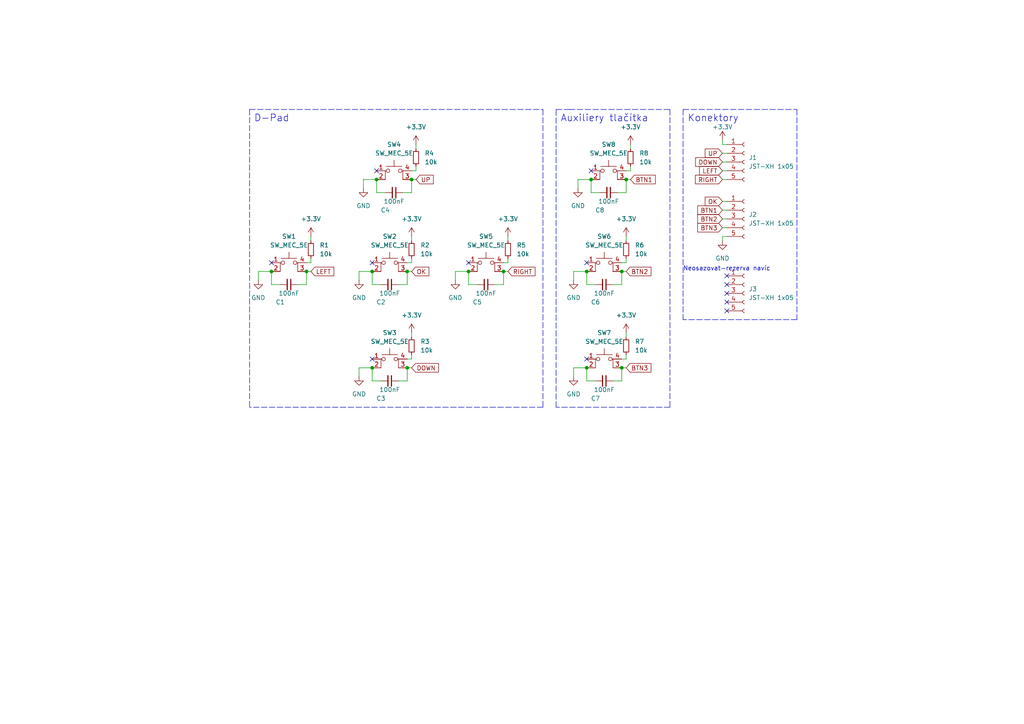
<source format=kicad_sch>
(kicad_sch (version 20211123) (generator eeschema)
  (paper "A4")
  (lib_symbols
    (symbol "Connector:Conn_01x05_Female" (pin_names (offset 1.016) hide)
      (property "Reference" "J" (at 0 7.62 0))
      (property "Value" "Conn_01x05_Female" (at 0 -7.62 0))
      (symbol "Conn_01x05_Female_1_1"
        (arc (start 0 -4.572) (mid -0.508 -5.08) (end 0 -5.588) (stroke (width 0.1524)))
        (arc (start 0 -2.032) (mid -0.508 -2.54) (end 0 -3.048) (stroke (width 0.1524)))
        (polyline (pts (xy -1.27 -5.08) (xy -0.508 -5.08)) (stroke (width 0.1524)))
        (polyline (pts (xy -1.27 -2.54) (xy -0.508 -2.54)) (stroke (width 0.1524)))
        (polyline (pts (xy -1.27 0) (xy -0.508 0)) (stroke (width 0.1524)))
        (polyline (pts (xy -1.27 2.54) (xy -0.508 2.54)) (stroke (width 0.1524)))
        (polyline (pts (xy -1.27 5.08) (xy -0.508 5.08)) (stroke (width 0.1524)))
        (arc (start 0 0.508) (mid -0.508 0) (end 0 -0.508) (stroke (width 0.1524)))
        (arc (start 0 3.048) (mid -0.508 2.54) (end 0 2.032) (stroke (width 0.1524)))
        (arc (start 0 5.588) (mid -0.508 5.08) (end 0 4.572) (stroke (width 0.1524)))
        (pin passive line (at -5.08 5.08 0) (length 3.81) (name "Pin_1") (number "1"))
        (pin passive line (at -5.08 2.54 0) (length 3.81) (name "Pin_2") (number "2"))
        (pin passive line (at -5.08 0 0) (length 3.81) (name "Pin_3") (number "3"))
        (pin passive line (at -5.08 -2.54 0) (length 3.81) (name "Pin_4") (number "4"))
        (pin passive line (at -5.08 -5.08 0) (length 3.81) (name "Pin_5") (number "5"))
      )
    )
    (symbol "Device:C_Small" (pin_numbers hide) (pin_names (offset 0.254) hide)
      (property "Reference" "C" (at 0.254 1.778 0))
      (property "Value" "C_Small" (at 0.254 -2.032 0))
      (symbol "C_Small_0_1"
        (polyline (pts (xy -1.524 -0.508) (xy 1.524 -0.508)) (stroke (width 0.3302)))
        (polyline (pts (xy -1.524 0.508) (xy 1.524 0.508)) (stroke (width 0.3048)))
      )
      (symbol "C_Small_1_1"
        (pin passive line (at 0 2.54 270) (length 2.032) (name "~") (number "1"))
        (pin passive line (at 0 -2.54 90) (length 2.032) (name "~") (number "2"))
      )
    )
    (symbol "Device:R_Small" (pin_numbers hide) (pin_names (offset 0.254) hide)
      (property "Reference" "R" (at 0.762 0.508 0))
      (property "Value" "R_Small" (at 0.762 -1.016 0))
      (symbol "R_Small_0_1"
        (rectangle (start -0.762 1.778) (end 0.762 -1.778) (stroke (width 0.2032)))
      )
      (symbol "R_Small_1_1"
        (pin passive line (at 0 2.54 270) (length 0.762) (name "~") (number "1"))
        (pin passive line (at 0 -2.54 90) (length 0.762) (name "~") (number "2"))
      )
    )
    (symbol "Switch:SW_MEC_5E" (pin_names (offset 1.016) hide)
      (property "Reference" "SW" (at 0.635 5.715 0))
      (property "Value" "SW_MEC_5E" (at 0 -3.175 0))
      (symbol "SW_MEC_5E_0_1"
        (circle (center -1.778 2.54) (radius 0.508))
        (polyline (pts (xy -2.286 3.81) (xy 2.286 3.81)))
        (polyline (pts (xy 0 3.81) (xy 0 5.588)))
        (polyline (pts (xy -2.54 0) (xy -2.54 2.54) (xy -2.286 2.54)))
        (polyline (pts (xy 2.54 0) (xy 2.54 2.54) (xy 2.286 2.54)))
        (circle (center 1.778 2.54) (radius 0.508))
        (pin passive line (at -5.08 2.54 0) (length 2.54) (name "1") (number "1"))
        (pin passive line (at -5.08 0 0) (length 2.54) (name "2") (number "2"))
        (pin passive line (at 5.08 0 180) (length 2.54) (name "K") (number "3"))
        (pin passive line (at 5.08 2.54 180) (length 2.54) (name "A") (number "4"))
      )
    )
    (symbol "power:+3.3V" (power) (pin_names (offset 0))
      (property "Value" "+3.3V" (at 0 3.556 0))
      (symbol "+3.3V_0_1"
        (polyline (pts (xy -0.762 1.27) (xy 0 2.54)))
        (polyline (pts (xy 0 0) (xy 0 2.54)))
        (polyline (pts (xy 0 2.54) (xy 0.762 1.27)))
      )
      (symbol "+3.3V_1_1"
        (pin power_in line (at 0 0 90) (length 0) hide (name "+3.3V") (number "1"))
      )
    )
    (symbol "power:GND" (power) (pin_names (offset 0))
      (property "Value" "GND" (at 0 -3.81 0))
      (symbol "GND_0_1"
        (polyline (pts (xy 0 0) (xy 0 -1.27) (xy 1.27 -1.27) (xy 0 -2.54) (xy -1.27 -1.27) (xy 0 -1.27)))
      )
      (symbol "GND_1_1"
        (pin power_in line (at 0 0 270) (length 0) hide (name "GND") (number "1"))
      )
    )
  )
  (junction (at 170.18 78.74))
  (junction (at 180.34 78.74))
  (junction (at 118.11 78.74))
  (junction (at 118.11 106.68))
  (junction (at 119.38 52.07))
  (junction (at 109.22 52.07))
  (junction (at 171.45 52.07))
  (junction (at 88.9 78.74))
  (junction (at 170.18 106.68))
  (junction (at 78.74 78.74))
  (junction (at 181.61 52.07))
  (junction (at 107.95 106.68))
  (junction (at 135.89 78.74))
  (junction (at 146.05 78.74))
  (junction (at 107.95 78.74))
  (junction (at 180.34 106.68))
  (no_connect (at 109.22 49.53))
  (no_connect (at 107.95 76.2))
  (no_connect (at 78.74 76.2))
  (no_connect (at 135.89 76.2))
  (no_connect (at 107.95 104.14))
  (no_connect (at 170.18 104.14))
  (no_connect (at 170.18 76.2))
  (no_connect (at 171.45 49.53))
  (no_connect (at 210.82 80.01))
  (no_connect (at 210.82 82.55))
  (no_connect (at 210.82 85.09))
  (no_connect (at 210.82 90.17))
  (no_connect (at 210.82 87.63))
  (wire (pts (xy 146.05 76.2) (xy 147.32 76.2)))
  (wire (pts (xy 209.55 46.99) (xy 210.82 46.99)))
  (wire (pts (xy 81.28 82.55) (xy 78.74 82.55)))
  (wire (pts (xy 115.57 82.55) (xy 118.11 82.55)))
  (wire (pts (xy 166.37 81.28) (xy 166.37 78.74)))
  (wire (pts (xy 118.11 76.2) (xy 119.38 76.2)))
  (wire (pts (xy 181.61 49.53) (xy 182.88 49.53)))
  (wire (pts (xy 88.9 76.2) (xy 90.17 76.2)))
  (wire (pts (xy 119.38 102.87) (xy 119.38 104.14)))
  (wire (pts (xy 181.61 102.87) (xy 181.61 104.14)))
  (polyline (pts (xy 198.12 31.75) (xy 198.12 92.71)))
  (wire (pts (xy 88.9 82.55) (xy 88.9 78.74)))
  (wire (pts (xy 181.61 96.52) (xy 181.61 97.79)))
  (wire (pts (xy 180.34 106.68) (xy 181.61 106.68)))
  (wire (pts (xy 147.32 74.93) (xy 147.32 76.2)))
  (wire (pts (xy 180.34 104.14) (xy 181.61 104.14)))
  (wire (pts (xy 167.64 52.07) (xy 171.45 52.07)))
  (wire (pts (xy 119.38 74.93) (xy 119.38 76.2)))
  (wire (pts (xy 104.14 81.28) (xy 104.14 78.74)))
  (wire (pts (xy 182.88 41.91) (xy 182.88 43.18)))
  (wire (pts (xy 90.17 68.58) (xy 90.17 69.85)))
  (polyline (pts (xy 161.29 118.11) (xy 161.29 31.75)))
  (wire (pts (xy 180.34 110.49) (xy 180.34 106.68)))
  (wire (pts (xy 109.22 55.88) (xy 109.22 52.07)))
  (wire (pts (xy 86.36 82.55) (xy 88.9 82.55)))
  (wire (pts (xy 179.07 55.88) (xy 181.61 55.88)))
  (wire (pts (xy 120.65 41.91) (xy 120.65 43.18)))
  (wire (pts (xy 138.43 82.55) (xy 135.89 82.55)))
  (wire (pts (xy 132.08 81.28) (xy 132.08 78.74)))
  (wire (pts (xy 209.55 60.96) (xy 210.82 60.96)))
  (wire (pts (xy 120.65 48.26) (xy 120.65 49.53)))
  (wire (pts (xy 118.11 110.49) (xy 118.11 106.68)))
  (wire (pts (xy 209.55 49.53) (xy 210.82 49.53)))
  (wire (pts (xy 210.82 68.58) (xy 209.55 68.58)))
  (wire (pts (xy 181.61 55.88) (xy 181.61 52.07)))
  (wire (pts (xy 166.37 106.68) (xy 170.18 106.68)))
  (wire (pts (xy 166.37 78.74) (xy 170.18 78.74)))
  (polyline (pts (xy 198.12 31.75) (xy 231.14 31.75)))
  (polyline (pts (xy 161.29 31.75) (xy 165.1 31.75)))
  (wire (pts (xy 110.49 82.55) (xy 107.95 82.55)))
  (polyline (pts (xy 194.31 118.11) (xy 161.29 118.11)))
  (wire (pts (xy 209.55 52.07) (xy 210.82 52.07)))
  (wire (pts (xy 119.38 96.52) (xy 119.38 97.79)))
  (wire (pts (xy 166.37 109.22) (xy 166.37 106.68)))
  (wire (pts (xy 118.11 82.55) (xy 118.11 78.74)))
  (wire (pts (xy 146.05 82.55) (xy 146.05 78.74)))
  (wire (pts (xy 170.18 82.55) (xy 170.18 78.74)))
  (wire (pts (xy 132.08 78.74) (xy 135.89 78.74)))
  (wire (pts (xy 135.89 82.55) (xy 135.89 78.74)))
  (wire (pts (xy 74.93 78.74) (xy 78.74 78.74)))
  (wire (pts (xy 119.38 55.88) (xy 119.38 52.07)))
  (polyline (pts (xy 72.39 31.75) (xy 72.39 118.11)))
  (wire (pts (xy 181.61 52.07) (xy 182.88 52.07)))
  (wire (pts (xy 172.72 82.55) (xy 170.18 82.55)))
  (wire (pts (xy 171.45 55.88) (xy 171.45 52.07)))
  (polyline (pts (xy 165.1 31.75) (xy 194.31 31.75)))
  (wire (pts (xy 170.18 110.49) (xy 170.18 106.68)))
  (wire (pts (xy 115.57 110.49) (xy 118.11 110.49)))
  (wire (pts (xy 209.55 63.5) (xy 210.82 63.5)))
  (wire (pts (xy 182.88 48.26) (xy 182.88 49.53)))
  (polyline (pts (xy 72.39 31.75) (xy 157.48 31.75)))
  (wire (pts (xy 90.17 74.93) (xy 90.17 76.2)))
  (wire (pts (xy 180.34 76.2) (xy 181.61 76.2)))
  (wire (pts (xy 119.38 52.07) (xy 120.65 52.07)))
  (wire (pts (xy 105.41 52.07) (xy 109.22 52.07)))
  (wire (pts (xy 119.38 68.58) (xy 119.38 69.85)))
  (polyline (pts (xy 231.14 92.71) (xy 198.12 92.71)))
  (polyline (pts (xy 231.14 31.75) (xy 231.14 92.71)))
  (wire (pts (xy 143.51 82.55) (xy 146.05 82.55)))
  (wire (pts (xy 147.32 68.58) (xy 147.32 69.85)))
  (wire (pts (xy 210.82 41.91) (xy 209.55 41.91)))
  (wire (pts (xy 110.49 110.49) (xy 107.95 110.49)))
  (polyline (pts (xy 194.31 31.75) (xy 194.31 118.11)))
  (wire (pts (xy 181.61 68.58) (xy 181.61 69.85)))
  (wire (pts (xy 107.95 110.49) (xy 107.95 106.68)))
  (wire (pts (xy 209.55 66.04) (xy 210.82 66.04)))
  (wire (pts (xy 119.38 49.53) (xy 120.65 49.53)))
  (wire (pts (xy 177.8 82.55) (xy 180.34 82.55)))
  (polyline (pts (xy 157.48 118.11) (xy 72.39 118.11)))
  (wire (pts (xy 167.64 54.61) (xy 167.64 52.07)))
  (wire (pts (xy 177.8 110.49) (xy 180.34 110.49)))
  (wire (pts (xy 118.11 78.74) (xy 119.38 78.74)))
  (wire (pts (xy 78.74 82.55) (xy 78.74 78.74)))
  (wire (pts (xy 172.72 110.49) (xy 170.18 110.49)))
  (wire (pts (xy 180.34 82.55) (xy 180.34 78.74)))
  (wire (pts (xy 107.95 82.55) (xy 107.95 78.74)))
  (wire (pts (xy 180.34 78.74) (xy 181.61 78.74)))
  (wire (pts (xy 209.55 44.45) (xy 210.82 44.45)))
  (wire (pts (xy 104.14 78.74) (xy 107.95 78.74)))
  (wire (pts (xy 104.14 106.68) (xy 107.95 106.68)))
  (wire (pts (xy 209.55 40.64) (xy 209.55 41.91)))
  (wire (pts (xy 104.14 109.22) (xy 104.14 106.68)))
  (wire (pts (xy 146.05 78.74) (xy 147.32 78.74)))
  (wire (pts (xy 105.41 54.61) (xy 105.41 52.07)))
  (wire (pts (xy 116.84 55.88) (xy 119.38 55.88)))
  (wire (pts (xy 118.11 106.68) (xy 119.38 106.68)))
  (wire (pts (xy 173.99 55.88) (xy 171.45 55.88)))
  (wire (pts (xy 209.55 68.58) (xy 209.55 69.85)))
  (wire (pts (xy 74.93 81.28) (xy 74.93 78.74)))
  (wire (pts (xy 181.61 74.93) (xy 181.61 76.2)))
  (wire (pts (xy 111.76 55.88) (xy 109.22 55.88)))
  (wire (pts (xy 209.55 58.42) (xy 210.82 58.42)))
  (polyline (pts (xy 157.48 31.75) (xy 157.48 118.11)))
  (wire (pts (xy 118.11 104.14) (xy 119.38 104.14)))
  (wire (pts (xy 88.9 78.74) (xy 90.17 78.74)))
  (text "Konektory\n" (at 199.39 35.56 0) (effects (font (size 2 2)) (justify left bottom)))
  (text "D-Pad\n" (at 73.66 35.56 0) (effects (font (size 2 2)) (justify left bottom)))
  (text "Neosazovat-rezerva navíc\n" (at 198.12 78.74 0) (effects (font (size 1.27 1.27)) (justify left bottom)))
  (text "Auxiliery tlačítka\n" (at 162.56 35.56 0) (effects (font (size 2 2)) (justify left bottom)))
  (global_label "UP" (shape input) (at 209.55 44.45 180) (property "Intersheet References" "${INTERSHEET_REFS}" (effects hide)))
  (global_label "UP" (shape input) (at 120.65 52.07 0) (property "Intersheet References" "${INTERSHEET_REFS}" (effects hide)))
  (global_label "RIGHT" (shape input) (at 147.32 78.74 0) (property "Intersheet References" "${INTERSHEET_REFS}" (effects hide)))
  (global_label "BTN1" (shape input) (at 209.55 60.96 180) (property "Intersheet References" "${INTERSHEET_REFS}" (effects hide)))
  (global_label "BTN2" (shape input) (at 209.55 63.5 180) (property "Intersheet References" "${INTERSHEET_REFS}" (effects hide)))
  (global_label "RIGHT" (shape input) (at 209.55 52.07 180) (property "Intersheet References" "${INTERSHEET_REFS}" (effects hide)))
  (global_label "OK" (shape input) (at 119.38 78.74 0) (property "Intersheet References" "${INTERSHEET_REFS}" (effects hide)))
  (global_label "BTN3" (shape input) (at 209.55 66.04 180) (property "Intersheet References" "${INTERSHEET_REFS}" (effects hide)))
  (global_label "DOWN" (shape input) (at 119.38 106.68 0) (property "Intersheet References" "${INTERSHEET_REFS}" (effects hide)))
  (global_label "OK" (shape input) (at 209.55 58.42 180) (property "Intersheet References" "${INTERSHEET_REFS}" (effects hide)))
  (global_label "LEFT" (shape input) (at 90.17 78.74 0) (property "Intersheet References" "${INTERSHEET_REFS}" (effects hide)))
  (global_label "LEFT" (shape input) (at 209.55 49.53 180) (property "Intersheet References" "${INTERSHEET_REFS}" (effects hide)))
  (global_label "BTN1" (shape input) (at 182.88 52.07 0) (property "Intersheet References" "${INTERSHEET_REFS}" (effects hide)))
  (global_label "DOWN" (shape input) (at 209.55 46.99 180) (property "Intersheet References" "${INTERSHEET_REFS}" (effects hide)))
  (global_label "BTN3" (shape input) (at 181.61 106.68 0) (property "Intersheet References" "${INTERSHEET_REFS}" (effects hide)))
  (global_label "BTN2" (shape input) (at 181.61 78.74 0) (property "Intersheet References" "${INTERSHEET_REFS}" (effects hide)))
  (symbol (lib_id "power:GND") (at 166.37 81.28 0) (unit 1)
    (property "Reference" "#PWR011" (effects hide))
    (property "Value" "GND" (at 166.37 86.36 0))
  )
  (symbol (lib_id "Device:C_Small") (at 140.97 82.55 270) (unit 1)
    (property "Reference" "C5" (at 138.43 87.63 90))
    (property "Value" "100nF" (at 140.97 85.09 90))
    (property "Footprint" "Capacitor_SMD:C_0805_2012Metric_Pad1.18x1.45mm_HandSolder" (effects hide))
  )
  (symbol (lib_id "power:+3.3V") (at 119.38 68.58 0) (unit 1)
    (property "Reference" "#PWR06" (effects hide))
    (property "Value" "+3.3V" (at 119.38 63.5 0))
  )
  (symbol (lib_id "power:+3.3V") (at 209.55 40.64 0) (unit 1)
    (property "Reference" "#PWR017" (effects hide))
    (property "Value" "+3.3V" (at 209.55 36.83 0))
  )
  (symbol (lib_id "power:+3.3V") (at 147.32 68.58 0) (unit 1)
    (property "Reference" "#PWR010" (effects hide))
    (property "Value" "+3.3V" (at 147.32 63.5 0))
  )
  (symbol (lib_id "Connector:Conn_01x05_Female") (at 215.9 46.99 0) (unit 1)
    (property "Reference" "J1" (at 217.17 45.7199 0) (effects (justify left)))
    (property "Value" "JST-XH 1x05" (at 217.17 48.2599 0) (effects (justify left)))
    (property "Footprint" "Connector_PinSocket_2.54mm:PinSocket_1x05_P2.54mm_Vertical" (effects hide))
  )
  (symbol (lib_id "power:GND") (at 105.41 54.61 0) (unit 1)
    (property "Reference" "#PWR05" (effects hide))
    (property "Value" "GND" (at 105.41 59.69 0))
  )
  (symbol (lib_id "Switch:SW_MEC_5E") (at 83.82 78.74 0) (unit 1)
    (property "Reference" "SW1" (at 83.82 68.58 0))
    (property "Value" "SW_MEC_5E" (at 83.82 71.12 0))
    (property "Footprint" "TL3301SPF160QG:TL3301SPF160QG" (effects hide))
    (property "Datasheet" "http://www.apem.com/int/index.php?controller=attachment&id_attachment=1371" (effects hide))
  )
  (symbol (lib_id "power:+3.3V") (at 181.61 96.52 0) (unit 1)
    (property "Reference" "#PWR015" (effects hide))
    (property "Value" "+3.3V" (at 181.61 91.44 0))
  )
  (symbol (lib_id "power:+3.3V") (at 182.88 41.91 0) (unit 1)
    (property "Reference" "#PWR016" (effects hide))
    (property "Value" "+3.3V" (at 182.88 36.83 0))
  )
  (symbol (lib_id "power:GND") (at 166.37 109.22 0) (unit 1)
    (property "Reference" "#PWR012" (effects hide))
    (property "Value" "GND" (at 166.37 114.3 0))
  )
  (symbol (lib_id "Switch:SW_MEC_5E") (at 113.03 106.68 0) (unit 1)
    (property "Reference" "SW3" (at 113.03 96.52 0))
    (property "Value" "SW_MEC_5E" (at 113.03 99.06 0))
    (property "Footprint" "TL3301SPF160QG:TL3301SPF160QG" (effects hide))
    (property "Datasheet" "http://www.apem.com/int/index.php?controller=attachment&id_attachment=1371" (effects hide))
  )
  (symbol (lib_id "Device:C_Small") (at 83.82 82.55 270) (unit 1)
    (property "Reference" "C1" (at 81.28 87.63 90))
    (property "Value" "100nF" (at 83.82 85.09 90))
    (property "Footprint" "Capacitor_SMD:C_0805_2012Metric_Pad1.18x1.45mm_HandSolder" (effects hide))
  )
  (symbol (lib_id "Device:R_Small") (at 147.32 72.39 180) (unit 1)
    (property "Reference" "R5" (at 149.86 71.1199 0) (effects (justify right)))
    (property "Value" "10k" (at 149.86 73.6599 0) (effects (justify right)))
    (property "Footprint" "Resistor_SMD:R_0805_2012Metric_Pad1.20x1.40mm_HandSolder" (effects hide))
  )
  (symbol (lib_id "Switch:SW_MEC_5E") (at 175.26 78.74 0) (unit 1)
    (property "Reference" "SW6" (at 175.26 68.58 0))
    (property "Value" "SW_MEC_5E" (at 175.26 71.12 0))
    (property "Footprint" "TL3301SPF160QG:TL3301SPF160QG" (effects hide))
    (property "Datasheet" "http://www.apem.com/int/index.php?controller=attachment&id_attachment=1371" (effects hide))
  )
  (symbol (lib_id "Device:R_Small") (at 181.61 72.39 180) (unit 1)
    (property "Reference" "R6" (at 184.15 71.1199 0) (effects (justify right)))
    (property "Value" "10k" (at 184.15 73.6599 0) (effects (justify right)))
    (property "Footprint" "Resistor_SMD:R_0805_2012Metric_Pad1.20x1.40mm_HandSolder" (effects hide))
  )
  (symbol (lib_id "Connector:Conn_01x05_Female") (at 215.9 85.09 0) (unit 1)
    (property "Reference" "J3" (at 217.17 83.8199 0) (effects (justify left)))
    (property "Value" "JST-XH 1x05" (at 217.17 86.3599 0) (effects (justify left)))
    (property "Footprint" "Connector_PinSocket_2.54mm:PinSocket_1x05_P2.54mm_Vertical" (effects hide))
  )
  (symbol (lib_id "Switch:SW_MEC_5E") (at 113.03 78.74 0) (unit 1)
    (property "Reference" "SW2" (at 113.03 68.58 0))
    (property "Value" "SW_MEC_5E" (at 113.03 71.12 0))
    (property "Footprint" "TL3301SPF160QG:TL3301SPF160QG" (effects hide))
    (property "Datasheet" "http://www.apem.com/int/index.php?controller=attachment&id_attachment=1371" (effects hide))
  )
  (symbol (lib_id "Device:C_Small") (at 113.03 110.49 270) (unit 1)
    (property "Reference" "C3" (at 110.49 115.57 90))
    (property "Value" "100nF" (at 113.03 113.03 90))
    (property "Footprint" "Capacitor_SMD:C_0805_2012Metric_Pad1.18x1.45mm_HandSolder" (effects hide))
  )
  (symbol (lib_id "Connector:Conn_01x05_Female") (at 215.9 63.5 0) (unit 1)
    (property "Reference" "J2" (at 217.17 62.2299 0) (effects (justify left)))
    (property "Value" "JST-XH 1x05" (at 217.17 64.7699 0) (effects (justify left)))
    (property "Footprint" "Connector_PinSocket_2.54mm:PinSocket_1x05_P2.54mm_Vertical" (effects hide))
  )
  (symbol (lib_id "Device:R_Small") (at 119.38 72.39 180) (unit 1)
    (property "Reference" "R2" (at 121.92 71.1199 0) (effects (justify right)))
    (property "Value" "10k" (at 121.92 73.6599 0) (effects (justify right)))
    (property "Footprint" "Resistor_SMD:R_0805_2012Metric_Pad1.20x1.40mm_HandSolder" (effects hide))
  )
  (symbol (lib_id "power:GND") (at 74.93 81.28 0) (unit 1)
    (property "Reference" "#PWR01" (effects hide))
    (property "Value" "GND" (at 74.93 86.36 0))
  )
  (symbol (lib_id "power:GND") (at 132.08 81.28 0) (unit 1)
    (property "Reference" "#PWR09" (effects hide))
    (property "Value" "GND" (at 132.08 86.36 0))
  )
  (symbol (lib_id "power:GND") (at 209.55 69.85 0) (unit 1)
    (property "Reference" "#PWR018" (effects hide))
    (property "Value" "GND" (at 209.55 74.93 0))
  )
  (symbol (lib_id "power:+3.3V") (at 181.61 68.58 0) (unit 1)
    (property "Reference" "#PWR014" (effects hide))
    (property "Value" "+3.3V" (at 181.61 63.5 0))
  )
  (symbol (lib_id "Switch:SW_MEC_5E") (at 176.53 52.07 0) (unit 1)
    (property "Reference" "SW8" (at 176.53 41.91 0))
    (property "Value" "SW_MEC_5E" (at 176.53 44.45 0))
    (property "Footprint" "TL3301SPF160QG:TL3301SPF160QG" (effects hide))
    (property "Datasheet" "http://www.apem.com/int/index.php?controller=attachment&id_attachment=1371" (effects hide))
  )
  (symbol (lib_id "Device:C_Small") (at 113.03 82.55 270) (unit 1)
    (property "Reference" "C2" (at 110.49 87.63 90))
    (property "Value" "100nF" (at 113.03 85.09 90))
    (property "Footprint" "Capacitor_SMD:C_0805_2012Metric_Pad1.18x1.45mm_HandSolder" (effects hide))
  )
  (symbol (lib_id "Switch:SW_MEC_5E") (at 114.3 52.07 0) (unit 1)
    (property "Reference" "SW4" (at 114.3 41.91 0))
    (property "Value" "SW_MEC_5E" (at 114.3 44.45 0))
    (property "Footprint" "TL3301SPF160QG:TL3301SPF160QG" (effects hide))
    (property "Datasheet" "http://www.apem.com/int/index.php?controller=attachment&id_attachment=1371" (effects hide))
  )
  (symbol (lib_id "Device:C_Small") (at 114.3 55.88 270) (unit 1)
    (property "Reference" "C4" (at 111.76 60.96 90))
    (property "Value" "100nF" (at 114.3 58.42 90))
    (property "Footprint" "Capacitor_SMD:C_0805_2012Metric_Pad1.18x1.45mm_HandSolder" (effects hide))
  )
  (symbol (lib_id "Device:C_Small") (at 176.53 55.88 270) (unit 1)
    (property "Reference" "C8" (at 173.99 60.96 90))
    (property "Value" "100nF" (at 176.53 58.42 90))
    (property "Footprint" "Capacitor_SMD:C_0805_2012Metric_Pad1.18x1.45mm_HandSolder" (effects hide))
  )
  (symbol (lib_id "power:+3.3V") (at 90.17 68.58 0) (unit 1)
    (property "Reference" "#PWR02" (effects hide))
    (property "Value" "+3.3V" (at 90.17 63.5 0))
  )
  (symbol (lib_id "power:GND") (at 104.14 109.22 0) (unit 1)
    (property "Reference" "#PWR04" (effects hide))
    (property "Value" "GND" (at 104.14 114.3 0))
  )
  (symbol (lib_id "power:GND") (at 104.14 81.28 0) (unit 1)
    (property "Reference" "#PWR03" (effects hide))
    (property "Value" "GND" (at 104.14 86.36 0))
  )
  (symbol (lib_id "power:+3.3V") (at 119.38 96.52 0) (unit 1)
    (property "Reference" "#PWR07" (effects hide))
    (property "Value" "+3.3V" (at 119.38 91.44 0))
  )
  (symbol (lib_id "Device:R_Small") (at 90.17 72.39 180) (unit 1)
    (property "Reference" "R1" (at 92.71 71.1199 0) (effects (justify right)))
    (property "Value" "10k" (at 92.71 73.6599 0) (effects (justify right)))
    (property "Footprint" "Resistor_SMD:R_0805_2012Metric_Pad1.20x1.40mm_HandSolder" (effects hide))
  )
  (symbol (lib_id "power:GND") (at 167.64 54.61 0) (unit 1)
    (property "Reference" "#PWR013" (effects hide))
    (property "Value" "GND" (at 167.64 59.69 0))
  )
  (symbol (lib_id "power:+3.3V") (at 120.65 41.91 0) (unit 1)
    (property "Reference" "#PWR08" (effects hide))
    (property "Value" "+3.3V" (at 120.65 36.83 0))
  )
  (symbol (lib_id "Device:C_Small") (at 175.26 82.55 270) (unit 1)
    (property "Reference" "C6" (at 172.72 87.63 90))
    (property "Value" "100nF" (at 175.26 85.09 90))
    (property "Footprint" "Capacitor_SMD:C_0805_2012Metric_Pad1.18x1.45mm_HandSolder" (effects hide))
  )
  (symbol (lib_id "Device:R_Small") (at 181.61 100.33 180) (unit 1)
    (property "Reference" "R7" (at 184.15 99.0599 0) (effects (justify right)))
    (property "Value" "10k" (at 184.15 101.5999 0) (effects (justify right)))
    (property "Footprint" "Resistor_SMD:R_0805_2012Metric_Pad1.20x1.40mm_HandSolder" (effects hide))
  )
  (symbol (lib_id "Device:R_Small") (at 120.65 45.72 180) (unit 1)
    (property "Reference" "R4" (at 123.19 44.4499 0) (effects (justify right)))
    (property "Value" "10k" (at 123.19 46.9899 0) (effects (justify right)))
    (property "Footprint" "Resistor_SMD:R_0805_2012Metric_Pad1.20x1.40mm_HandSolder" (effects hide))
  )
  (symbol (lib_id "Switch:SW_MEC_5E") (at 140.97 78.74 0) (unit 1)
    (property "Reference" "SW5" (at 140.97 68.58 0))
    (property "Value" "SW_MEC_5E" (at 140.97 71.12 0))
    (property "Footprint" "TL3301SPF160QG:TL3301SPF160QG" (effects hide))
    (property "Datasheet" "http://www.apem.com/int/index.php?controller=attachment&id_attachment=1371" (effects hide))
  )
  (symbol (lib_id "Device:R_Small") (at 119.38 100.33 180) (unit 1)
    (property "Reference" "R3" (at 121.92 99.0599 0) (effects (justify right)))
    (property "Value" "10k" (at 121.92 101.5999 0) (effects (justify right)))
    (property "Footprint" "Resistor_SMD:R_0805_2012Metric_Pad1.20x1.40mm_HandSolder" (effects hide))
  )
  (symbol (lib_id "Device:C_Small") (at 175.26 110.49 270) (unit 1)
    (property "Reference" "C7" (at 172.72 115.57 90))
    (property "Value" "100nF" (at 175.26 113.03 90))
    (property "Footprint" "Capacitor_SMD:C_0805_2012Metric_Pad1.18x1.45mm_HandSolder" (effects hide))
  )
  (symbol (lib_id "Switch:SW_MEC_5E") (at 175.26 106.68 0) (unit 1)
    (property "Reference" "SW7" (at 175.26 96.52 0))
    (property "Value" "SW_MEC_5E" (at 175.26 99.06 0))
    (property "Footprint" "TL3301SPF160QG:TL3301SPF160QG" (effects hide))
    (property "Datasheet" "http://www.apem.com/int/index.php?controller=attachment&id_attachment=1371" (effects hide))
  )
  (symbol (lib_id "Device:R_Small") (at 182.88 45.72 180) (unit 1)
    (property "Reference" "R8" (at 185.42 44.4499 0) (effects (justify right)))
    (property "Value" "10k" (at 185.42 46.9899 0) (effects (justify right)))
    (property "Footprint" "Resistor_SMD:R_0805_2012Metric_Pad1.20x1.40mm_HandSolder" (effects hide))
  )
)
</source>
